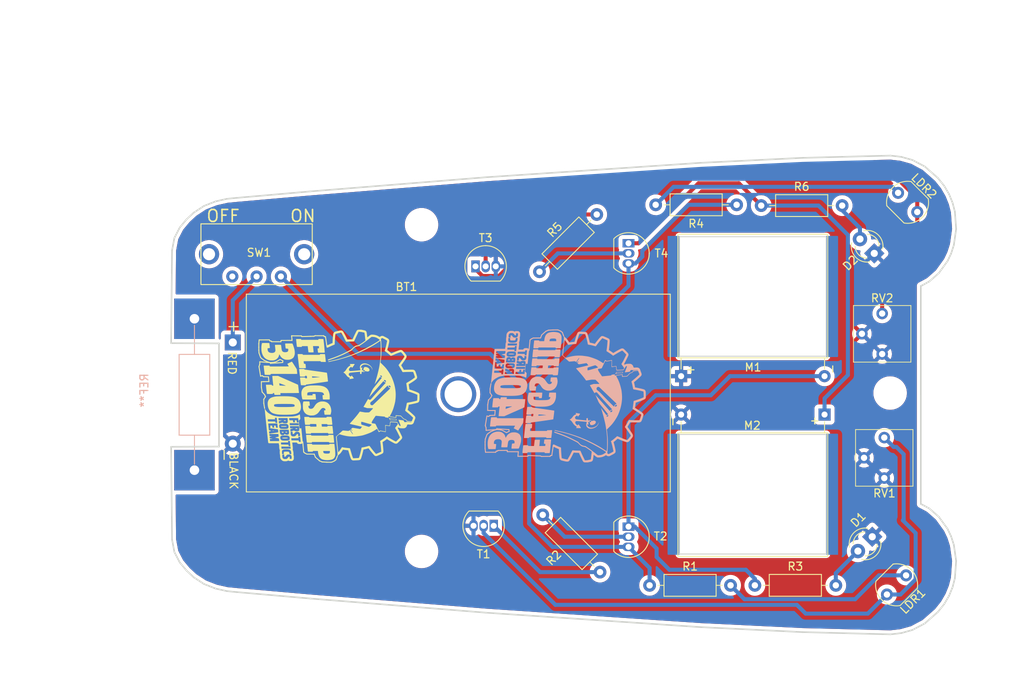
<source format=kicad_pcb>
(kicad_pcb (version 20211014) (generator pcbnew)
  (title_block (title "Running Microbug - flagship edition") (date "2022-05-16") (rev "0") (company "3140 Flagship FIRST Robotics Team") (comment 1 "Engineered by Amos Manneschmidt"))
  (layers (0 "F.Cu" signal) (31 "B.Cu" signal) (34 "B.Paste" user) (35 "F.Paste" user) (36 "B.SilkS" user "B.Silkscreen") (37 "F.SilkS" user "F.Silkscreen") (38 "B.Mask" user) (39 "F.Mask" user) (44 "Edge.Cuts" user))
  (net 0 "")
  (net 1 "Net-(BT1-Pad1)")
  (net 2 "GND")
  (net 3 "Net-(D1-Pad2)")
  (net 4 "Net-(D2-Pad2)")
  (net 5 "Net-(LDR1-Pad1)")
  (net 6 "Net-(LDR1-Pad2)")
  (net 7 "+BATT")
  (net 8 "Net-(LDR2-Pad2)")
  (net 9 "Net-(LDR2-Pad1)")
  (net 10 "Net-(R2-Pad1)")
  (net 11 "Net-(R2-Pad2)")
  (net 13 "Net-(R5-Pad1)")
  (net 14 "Net-(R5-Pad2)")
  (net 15 "Net-(R3-Pad1)")
  (net 16 "Net-(R6-Pad1)")
  (footprint "LED_THT:LED_D3.0mm" (layer "F.Cu") (at 206.756 105.156 -135)
    (fp_text reference "D1" (at -0.282843 2.766202 45) (layer "F.SilkS"))
    (fp_text value "LED")
    (pad "1" thru_hole rect (at 0 0 225) (size 1.8 1.8) (drill 0.9) (layers *.Cu *.Mask) (net 2 "GND"))
    (pad "2" thru_hole circle (at 2.54 0 225) (size 1.8 1.8) (drill 0.9) (layers *.Cu *.Mask) (net 3 "Net-(D1-Pad2)"))
  )
  (footprint "Package_TO_SOT_THT:TO-92_Inline" (layer "F.Cu") (at 156.972 71.226)
    (fp_text reference "T3" (at 1.27 -3.56) (layer "F.SilkS"))
    (fp_text value "BC547C")
    (pad "1" thru_hole rect (at 0 0) (size 1.05 1.5) (drill 0.75) (layers *.Cu *.Mask) (net 14 "Net-(R5-Pad2)"))
    (pad "2" thru_hole oval (at 1.27 0) (size 1.05 1.5) (drill 0.75) (layers *.Cu *.Mask) (net 8 "Net-(LDR2-Pad2)"))
    (pad "3" thru_hole oval (at 2.54 0) (size 1.05 1.5) (drill 0.75) (layers *.Cu *.Mask) (net 2 "GND"))
  )
  (footprint "Resistor_THT:R_Axial_DIN0207_L6.3mm_D2.5mm_P10.16mm_Horizontal" (layer "F.Cu") (at 165 71.9 45)
    (fp_text reference "R5" (at 5.08 -2.37 45) (layer "F.SilkS"))
    (fp_text value "100")
    (pad "1" thru_hole circle (at 0 0 45) (size 1.6 1.6) (drill 0.8) (layers *.Cu *.Mask) (net 13 "Net-(R5-Pad1)"))
    (pad "2" thru_hole oval (at 10.16 0 45) (size 1.6 1.6) (drill 0.8) (layers *.Cu *.Mask) (net 14 "Net-(R5-Pad2)"))
  )
  (footprint "OptoDevice:R_LDR_5.1x4.3mm_P3.4mm_Vertical" (layer "F.Cu") (at 211 110 -135)
    (fp_text reference "LDR1" (at 1.7 -2.9 45) (layer "F.SilkS"))
    (fp_text value "LDR07")
    (pad "1" thru_hole circle (at 0 0 225) (size 1.5 1.5) (drill 0.8) (layers *.Cu *.Mask) (net 5 "Net-(LDR1-Pad1)"))
    (pad "2" thru_hole circle (at 3.4 0 225) (size 1.5 1.5) (drill 0.8) (layers *.Cu *.Mask) (net 6 "Net-(LDR1-Pad2)"))
  )
  (footprint "Package_TO_SOT_THT:TO-92_Inline" (layer "F.Cu") (at 159.258 103.78 180)
    (fp_text reference "T1" (at 1.27 -3.56) (layer "F.SilkS"))
    (fp_text value "BC547C")
    (pad "1" thru_hole rect (at 0 0 180) (size 1.05 1.5) (drill 0.75) (layers *.Cu *.Mask) (net 11 "Net-(R2-Pad2)"))
    (pad "2" thru_hole oval (at 1.27 0 180) (size 1.05 1.5) (drill 0.75) (layers *.Cu *.Mask) (net 6 "Net-(LDR1-Pad2)"))
    (pad "3" thru_hole oval (at 2.54 0 180) (size 1.05 1.5) (drill 0.75) (layers *.Cu *.Mask) (net 2 "GND"))
  )
  (footprint "OptoDevice:R_LDR_5.1x4.3mm_P3.4mm_Vertical" (layer "F.Cu") (at 210 62 -45)
    (fp_text reference "LDR2" (at 1.7 -2.9 135) (layer "F.SilkS"))
    (fp_text value "LDR07")
    (pad "1" thru_hole circle (at 0 0 315) (size 1.5 1.5) (drill 0.8) (layers *.Cu *.Mask) (net 9 "Net-(LDR2-Pad1)"))
    (pad "2" thru_hole circle (at 3.4 0 315) (size 1.5 1.5) (drill 0.8) (layers *.Cu *.Mask) (net 8 "Net-(LDR2-Pad2)"))
  )
  (footprint "Package_TO_SOT_THT:TO-92_Inline" (layer "F.Cu") (at 176.17 103.886 -90)
    (fp_text reference "T2" (at 1.214 -4.03 180) (layer "F.SilkS"))
    (fp_text value "BC557C")
    (pad "1" thru_hole rect (at 0 0 270) (size 1.05 1.5) (drill 0.75) (layers *.Cu *.Mask) (net 15 "Net-(R3-Pad1)"))
    (pad "2" thru_hole oval (at 1.27 0 270) (size 1.05 1.5) (drill 0.75) (layers *.Cu *.Mask) (net 10 "Net-(R2-Pad1)"))
    (pad "3" thru_hole oval (at 2.54 0 270) (size 1.05 1.5) (drill 0.75) (layers *.Cu *.Mask) (net 7 "+BATT"))
  )
  (footprint "Project Specific Footprints:Potentiometer_Vertical" (layer "F.Cu") (at 208 77.145 180)
    (fp_text reference "RV2" (at 0 1.924 180) (layer "F.SilkS"))
    (fp_text value "10K Trim")
    (pad "1" thru_hole circle (at 0 0 180) (size 1.44 1.44) (drill 0.8) (layers *.Cu *.Mask) (net 8 "Net-(LDR2-Pad2)"))
    (pad "2" thru_hole circle (at 2.54 -2.54 180) (size 1.44 1.44) (drill 0.8) (layers *.Cu *.Mask) (net 2 "GND"))
    (pad "3" thru_hole circle (at 0 -5.08 180) (size 1.44 1.44) (drill 0.8) (layers *.Cu *.Mask) (net 2 "GND"))
  )
  (footprint "MountingHole:MountingHole_3.2mm_M3" (layer "F.Cu") (at 150.2 107)
    (fp_text reference "REF**" hide)
    (fp_text value "MountingHole_3.2mm_M3")
    (pad "" np_thru_hole circle (at 0 0) (size 3.2 3.2) (drill 3.2) (layers *.Cu *.Mask))
  )
  (footprint "Project Specific Footprints:flagship logo" (layer "F.Cu") (at 139.8 87.5 -90)
    (fp_text reference "G***" hide)
    (fp_text value "LOGO" hide)
  )
  (footprint "Resistor_THT:R_Axial_DIN0207_L6.3mm_D2.5mm_P10.16mm_Horizontal" (layer "F.Cu") (at 192.024 111.252)
    (fp_text reference "R3" (at 5.08 -2.37) (layer "F.SilkS"))
    (fp_text value "220")
    (pad "1" thru_hole circle (at 0 0) (size 1.6 1.6) (drill 0.8) (layers *.Cu *.Mask) (net 15 "Net-(R3-Pad1)"))
    (pad "2" thru_hole oval (at 10.16 0) (size 1.6 1.6) (drill 0.8) (layers *.Cu *.Mask) (net 3 "Net-(D1-Pad2)"))
  )
  (footprint "Project Specific Footprints:18mm square hobby motor" (layer "F.Cu") (at 191.77 99.822 90)
    (fp_text reference "M2" (at 8.622 -0.07 unlocked) (layer "F.SilkS"))
    (fp_text value "Motor_DC")
    (fp_text user "+" (at 9.2 7.7 90 unlocked) (layer "F.SilkS"))
    (fp_text user "-" (at 9.1 -10.1 90 unlocked) (layer "F.SilkS"))
    (fp_rect (start -7.5 -9.3) (end 7.5 -10.6) (layer "B.Cu") (width 0.2) (fill solid))
    (fp_rect (start -7.5 10.6) (end 7.5 9.3) (layer "B.Cu") (width 0.2) (fill solid))
    (fp_line (start 7.5 -9.2) (end 7.5 9.2) (layer "Edge.Cuts") (width 0.12))
    (fp_line (start -7.5 -9.2) (end 7.5 -9.2) (layer "Edge.Cuts") (width 0.12))
    (fp_line (start -7.5 -9.2) (end -7.5 9.2) (layer "Edge.Cuts") (width 0.12))
    (fp_line (start -7.5 9.2) (end 7.5 9.2) (layer "Edge.Cuts") (width 0.12))
    (pad "1" thru_hole rect (at 10 9 90) (size 1.524 1.524) (drill 0.762) (layers *.Cu *.Mask) (net 16 "Net-(R6-Pad1)"))
    (pad "2" thru_hole circle (at 10 -9 90) (size 1.524 1.524) (drill 0.762) (layers *.Cu *.Mask) (net 2 "GND"))
  )
  (footprint "MountingHole:MountingHole_3.2mm_M3" (layer "F.Cu") (at 150.2 66)
    (fp_text reference "REF**" hide)
    (fp_text value "MountingHole_3.2mm_M3")
    (pad "" np_thru_hole circle (at 0 0) (size 3.2 3.2) (drill 3.2) (layers *.Cu *.Mask))
  )
  (footprint "Resistor_THT:R_Axial_DIN0207_L6.3mm_D2.5mm_P10.16mm_Horizontal" (layer "F.Cu") (at 192.82 63.6)
    (fp_text reference "R6" (at 5.08 -2.37) (layer "F.SilkS"))
    (fp_text value "220")
    (pad "1" thru_hole circle (at 0 0) (size 1.6 1.6) (drill 0.8) (layers *.Cu *.Mask) (net 16 "Net-(R6-Pad1)"))
    (pad "2" thru_hole oval (at 10.16 0) (size 1.6 1.6) (drill 0.8) (layers *.Cu *.Mask) (net 4 "Net-(D2-Pad2)"))
  )
  (footprint "Resistor_THT:R_Axial_DIN0207_L6.3mm_D2.5mm_P10.16mm_Horizontal" (layer "F.Cu") (at 165.407898 102.407898 -45)
    (fp_text reference "R2" (at 4.797157 2.828427 45) (layer "F.SilkS"))
    (fp_text value "100")
    (pad "1" thru_hole circle (at 0 0 315) (size 1.6 1.6) (drill 0.8) (layers *.Cu *.Mask) (net 10 "Net-(R2-Pad1)"))
    (pad "2" thru_hole oval (at 10.16 0 315) (size 1.6 1.6) (drill 0.8) (layers *.Cu *.Mask) (net 11 "Net-(R2-Pad2)"))
  )
  (footprint "Project Specific Footprints:BatteryHolder_Keystone_2468_2xAAA" (layer "F.Cu") (at 130.9125 80.772)
    (fp_text reference "BT1" (at 17.3875 -6.972) (layer "F.SilkS"))
    (fp_text value "Battery")
    (fp_text user "+" (at -4.3 -2.1) (layer "F.SilkS") (effects (font (size 1.5 1.5))))
    (fp_text user "BLACK" (at -4.3 16.1 270 unlocked) (layer "F.SilkS"))
    (fp_text user "-" (at -5.6 14.1 90) (layer "F.SilkS") (effects (font (size 1.5 1.5))))
    (fp_text user "RED" (at -4.5 2.6 270 unlocked) (layer "F.SilkS"))
    (pad "" np_thru_hole circle (at 23.9 6.5) (size 4.5 4.5) (drill 3.45) (layers F&B.Cu *.Mask))
    (pad "1" thru_hole rect (at -4.4 0) (size 2 2) (drill 1.02) (layers *.Cu *.Mask) (net 1 "Net-(BT1-Pad1)"))
    (pad "2" thru_hole circle (at -4.4 12.7) (size 2 2) (drill 1.02) (layers *.Cu *.Mask) (net 2 "GND"))
  )
  (footprint "Package_TO_SOT_THT:TO-92_Inline" (layer "F.Cu") (at 176.17 68.326 -90)
    (fp_text reference "T4" (at 1.27 -4.13 180) (layer "F.SilkS"))
    (fp_text value "BC557C")
    (pad "1" thru_hole rect (at 0 0 270) (size 1.05 1.5) (drill 0.75) (layers *.Cu *.Mask) (net 16 "Net-(R6-Pad1)"))
    (pad "2" thru_hole oval (at 1.27 0 270) (size 1.05 1.5) (drill 0.75) (layers *.Cu *.Mask) (net 13 "Net-(R5-Pad1)"))
    (pad "3" thru_hole oval (at 2.54 0 270) (size 1.05 1.5) (drill 0.75) (layers *.Cu *.Mask) (net 7 "+BATT"))
  )
  (footprint "LED_THT:LED_D3.0mm" (layer "F.Cu") (at 207.01 69.596 135)
    (fp_text reference "D2" (at 1.270001 -2.96 225) (layer "F.SilkS"))
    (fp_text value "LED")
    (pad "1" thru_hole rect (at 0 0 135) (size 1.8 1.8) (drill 0.9) (layers *.Cu *.Mask) (net 2 "GND"))
    (pad "2" thru_hole circle (at 2.54 0 135) (size 1.8 1.8) (drill 0.9) (layers *.Cu *.Mask) (net 4 "Net-(D2-Pad2)"))
  )
  (footprint "Project Specific Footprints:Switch_SPDT_Straight" (layer "F.Cu") (at 129.5 69.7)
    (fp_text reference "SW1" (at 0.3 -0.2 180) (layer "F.SilkS"))
    (fp_text value "SW_SPDT")
    (pad "" thru_hole circle (at -5.969 0) (size 2.54 2.54) (drill 1.524) (layers *.Cu *.Mask))
    (pad "" thru_hole circle (at 5.969 0) (size 2.54 2.54) (drill 1.524) (layers *.Cu *.Mask))
    (pad "1" thru_hole circle (at -3.048 2.794) (size 1.524 1.524) (drill 0.762) (layers *.Cu *.Mask))
    (pad "2" thru_hole circle (at 0 2.794) (size 1.524 1.524) (drill 0.762) (layers *.Cu *.Mask) (net 1 "Net-(BT1-Pad1)"))
    (pad "3" thru_hole circle (at 3.048 2.794) (size 1.524 1.524) (drill 0.762) (layers *.Cu *.Mask) (net 7 "+BATT"))
  )
  (footprint "Resistor_THT:R_Axial_DIN0207_L6.3mm_D2.5mm_P10.16mm_Horizontal" (layer "F.Cu") (at 189.738 63.5 180)
    (fp_text reference "R4" (at 5.08 -2.37) (layer "F.SilkS"))
    (fp_text value "100")
    (pad "1" thru_hole circle (at 0 0 180) (size 1.6 1.6) (drill 0.8) (layers *.Cu *.Mask) (net 7 "+BATT"))
    (pad "2" thru_hole oval (at 10.16 0 180) (size 1.6 1.6) (drill 0.8) (layers *.Cu *.Mask) (net 9 "Net-(LDR2-Pad1)"))
  )
  (footprint "Project Specific Footprints:Potentiometer_Vertical" (layer "F.Cu") (at 208.265 92.71 180)
    (fp_text reference "RV1" (at -0.015 -7 180) (layer "F.SilkS"))
    (fp_text value "10K Trim")
    (pad "1" thru_hole circle (at 0 0 180) (size 1.44 1.44) (drill 0.8) (layers *.Cu *.Mask) (net 6 "Net-(LDR1-Pad2)"))
    (pad "2" thru_hole circle (at 2.54 -2.54 180) (size 1.44 1.44) (drill 0.8) (layers *.Cu *.Mask) (net 2 "GND"))
    (pad "3" thru_hole circle (at 0 -5.08 180) (size 1.44 1.44) (drill 0.8) (layers *.Cu *.Mask) (net 2 "GND"))
  )
  (footprint "Project Specific Footprints:18mm square hobby motor" (layer "F.Cu") (at 191.77 75.003 -90)
    (fp_text reference "M1" (at 8.897 -0.03 unlocked) (layer "F.SilkS"))
    (fp_text value "Motor_DC")
    (fp_text user "+" (at 9.2 7.7 -90 unlocked) (layer "F.SilkS"))
    (fp_text user "-" (at 9.1 -10.1 -90 unlocked) (layer "F.SilkS"))
    (fp_rect (start -7.5 -9.3) (end 7.5 -10.6) (layer "B.Cu") (width 0.2) (fill solid))
    (fp_rect (start -7.5 10.6) (end 7.5 9.3) (layer "B.Cu") (width 0.2) (fill solid))
    (fp_line (start 7.5 -9.2) (end 7.5 9.2) (layer "Edge.Cuts") (width 0.12))
    (fp_line (start -7.5 -9.2) (end -7.5 9.2) (layer "Edge.Cuts") (width 0.12))
    (fp_line (start -7.5 -9.2) (end 7.5 -9.2) (layer "Edge.Cuts") (width 0.12))
    (fp_line (start -7.5 9.2) (end 7.5 9.2) (layer "Edge.Cuts") (width 0.12))
    (pad "1" thru_hole rect (at 10 9 270) (size 1.524 1.524) (drill 0.762) (layers *.Cu *.Mask) (net 2 "GND"))
    (pad "2" thru_hole circle (at 10 -9 270) (size 1.524 1.524) (drill 0.762) (layers *.Cu *.Mask) (net 15 "Net-(R3-Pad1)"))
  )
  (footprint "Resistor_THT:R_Axial_DIN0207_L6.3mm_D2.5mm_P10.16mm_Horizontal" (layer "F.Cu") (at 178.816 111.252)
    (fp_text reference "R1" (at 5.08 -2.37) (layer "F.SilkS"))
    (fp_text value "100")
    (pad "1" thru_hole circle (at 0 0) (size 1.6 1.6) (drill 0.8) (layers *.Cu *.Mask) (net 7 "+BATT"))
    (pad "2" thru_hole oval (at 10.16 0) (size 1.6 1.6) (drill 0.8) (layers *.Cu *.Mask) (net 5 "Net-(LDR1-Pad1)"))
  )
  (footprint "MountingHole:MountingHole_3.2mm_M3" (layer "F.Cu") (at 209 87.122)
    (fp_text reference "REF**" hide)
    (fp_text value "MountingHole_3.2mm_M3")
    (pad "" np_thru_hole circle (at 0 0) (size 3.2 3.2) (drill 3.2) (layers *.Cu *.Mask))
  )
  (footprint "Resistor_THT:R_Axial_DIN0411_L9.9mm_D3.6mm_P20.32mm_Horizontal" (layer "B.Cu") (at 121.7 97.5 90)
    (fp_text reference "REF**" (at 10.7 -6.3 270) (layer "B.SilkS") (effects (justify mirror)))
    (fp_text value "R_Axial_DIN0411_L9.9mm_D3.6mm_P20.32mm_Horizontal")
    (pad "1" thru_hole rect (at 0.7 0 90) (size 5.08 5.08) (drill 1.2) (layers *.Cu *.Mask))
    (pad "2" thru_hole rect (at 19.7 0 90) (size 5.08 5.08) (drill 1.2) (layers *.Cu *.Mask))
  )
  (footprint "Project Specific Footprints:flagship logo" (layer "B.Cu") (at 168.2 87.5 90)
    (fp_text reference "G***" hide)
    (fp_text value "LOGO" hide)
  )
  (gr_line (start 216.403773 62.184633) (end 215.793367 61.136704) (layer "Edge.Cuts") (width 0.2))
  (gr_line (start 127.019377 112.10251) (end 136.257293 112.910403) (layer "Edge.Cuts") (width 0.2))
  (gr_line (start 215.793834 113.592976) (end 216.40424 112.545048) (layer "Edge.Cuts") (width 0.2))
  (gr_line (start 185.216004 58.232383) (end 158.287135 60.042534) (layer "Edge.Cuts") (width 0.2))
  (gr_line (start 215.793367 61.136704) (end 214.9968 60.14256) (layer "Edge.Cuts") (width 0.2))
  (gr_line (start 124.780133 80.89269) (end 124.7806 93.837) (layer "Edge.Cuts") (width 0.2))
  (gr_line (start 118.774513 80.86649) (end 124.780133 80.89269) (layer "Edge.Cuts") (width 0.2))
  (gr_line (start 213.366595 58.710769) (end 211.822297 57.882558) (layer "Edge.Cuts") (width 0.2))
  (gr_line (start 209.039477 117.40534) (end 210.37627 117.24989) (layer "Edge.Cuts") (width 0.2))
  (gr_line (start 216.843031 63.267537) (end 216.403773 62.184633) (layer "Edge.Cuts") (width 0.2))
  (gr_line (start 215.110122 102.653243) (end 213.918419 101.609198) (layer "Edge.Cuts") (width 0.2))
  (gr_line (start 198.014288 57.607133) (end 185.216004 58.232383) (layer "Edge.Cuts") (width 0.2))
  (gr_line (start 120.728975 109.423614) (end 121.622237 110.24867) (layer "Edge.Cuts") (width 0.2))
  (gr_line (start 211.822297 57.882558) (end 210.375803 57.479795) (layer "Edge.Cuts") (width 0.2))
  (gr_line (start 213.918419 101.609198) (end 212.851467 101.03469) (layer "Edge.Cuts") (width 0.2))
  (gr_line (start 216.843498 111.462145) (end 217.126623 110.363076) (layer "Edge.Cuts") (width 0.2))
  (gr_line (start 119.186498 107.08376) (end 119.858623 108.380854) (layer "Edge.Cuts") (width 0.2))
  (gr_line (start 198.017443 117.122558) (end 209.039477 117.40534) (layer "Edge.Cuts") (width 0.2))
  (gr_line (start 124.7806 93.837) (end 118.77498 93.8632) (layer "Edge.Cuts") (width 0.2))
  (gr_line (start 214.9968 60.14256) (end 213.366595 58.710769) (layer "Edge.Cuts") (width 0.2))
  (gr_line (start 119.858623 108.380854) (end 120.728975 109.423614) (layer "Edge.Cuts") (width 0.2))
  (gr_line (start 119.186031 67.64593) (end 118.88745 69.23399) (layer "Edge.Cuts") (width 0.2))
  (gr_line (start 158.312177 114.687168) (end 185.225686 116.497311) (layer "Edge.Cuts") (width 0.2))
  (gr_line (start 216.65596 105.116846) (end 216.209148 104.174666) (layer "Edge.Cuts") (width 0.2))
  (gr_line (start 214.997267 114.58712) (end 215.793834 113.592976) (layer "Edge.Cuts") (width 0.2))
  (gr_line (start 121.62177 64.48102) (end 120.728508 65.306076) (layer "Edge.Cuts") (width 0.2))
  (gr_line (start 124.349629 111.656884) (end 125.773245 111.979664) (layer "Edge.Cuts") (width 0.2))
  (gr_line (start 136.229179 61.8193) (end 127.01891 62.62718) (layer "Edge.Cuts") (width 0.2))
  (gr_line (start 217.126156 64.366608) (end 216.843031 63.267537) (layer "Edge.Cuts") (width 0.2))
  (gr_line (start 213.367062 116.018911) (end 214.997267 114.58712) (layer "Edge.Cuts") (width 0.2))
  (gr_line (start 211.822765 116.847124) (end 213.367062 116.018911) (layer "Edge.Cuts") (width 0.2))
  (gr_line (start 119.858156 66.348836) (end 119.186031 67.64593) (layer "Edge.Cuts") (width 0.2))
  (gr_line (start 118.887917 105.4957) (end 119.186498 107.08376) (layer "Edge.Cuts") (width 0.2))
  (gr_line (start 185.225686 116.497311) (end 198.017443 117.122558) (layer "Edge.Cuts") (width 0.2))
  (gr_line (start 120.728508 65.306076) (end 119.858156 66.348836) (layer "Edge.Cuts") (width 0.2))
  (gr_line (start 210.37627 117.24989) (end 211.822765 116.847124) (layer "Edge.Cuts") (width 0.2))
  (gr_line (start 125.773245 111.979664) (end 127.019377 112.10251) (layer "Edge.Cuts") (width 0.2))
  (gr_line (start 136.257293 112.910403) (end 158.312177 114.687168) (layer "Edge.Cuts") (width 0.2))
  (gr_line (start 209.03901 57.32435) (end 198.014288 57.607133) (layer "Edge.Cuts") (width 0.2))
  (gr_line (start 216.655493 69.612835) (end 216.9976 68.54837) (layer "Edge.Cuts") (width 0.2))
  (gr_line (start 212.851 73.695) (end 213.917952 73.120491) (layer "Edge.Cuts") (width 0.2))
  (gr_line (start 121.622237 110.24867) (end 122.911603 111.093457) (layer "Edge.Cuts") (width 0.2))
  (gr_line (start 118.77498 93.8632) (end 118.887917 105.4957) (layer "Edge.Cuts") (width 0.2))
  (gr_line (start 158.287135 60.042534) (end 136.229179 61.8193) (layer "Edge.Cuts") (width 0.2))
  (gr_line (start 127.01891 62.62718) (end 125.772773 62.750026) (layer "Edge.Cuts") (width 0.2))
  (gr_line (start 217.284528 108.191674) (end 216.998067 106.18131) (layer "Edge.Cuts") (width 0.2))
  (gr_line (start 216.208681 70.555015) (end 216.655493 69.612835) (layer "Edge.Cuts") (width 0.2))
  (gr_line (start 124.349155 63.072806) (end 122.91113 63.636233) (layer "Edge.Cuts") (width 0.2))
  (gr_line (start 212.851467 101.03469) (end 212.851 73.695) (layer "Edge.Cuts") (width 0.2))
  (gr_line (start 125.772773 62.750026) (end 124.349155 63.072806) (layer "Edge.Cuts") (width 0.2))
  (gr_line (start 210.375803 57.479795) (end 209.03901 57.32435) (layer "Edge.Cuts") (width 0.2))
  (gr_line (start 216.40424 112.545048) (end 216.843498 111.462145) (layer "Edge.Cuts") (width 0.2))
  (gr_line (start 216.998067 106.18131) (end 216.65596 105.116846) (layer "Edge.Cuts") (width 0.2))
  (gr_line (start 122.91113 63.636233) (end 121.62177 64.48102) (layer "Edge.Cuts") (width 0.2))
  (gr_line (start 217.284061 66.538011) (end 217.126156 64.366608) (layer "Edge.Cuts") (width 0.2))
  (gr_line (start 122.911603 111.093457) (end 124.349629 111.656884) (layer "Edge.Cuts") (width 0.2))
  (gr_line (start 216.209148 104.174666) (end 215.110122 102.653243) (layer "Edge.Cuts") (width 0.2))
  (gr_line (start 118.88745 69.23399) (end 118.774513 80.86649) (layer "Edge.Cuts") (width 0.2))
  (gr_line (start 215.109655 72.076443) (end 216.208681 70.555015) (layer "Edge.Cuts") (width 0.2))
  (gr_line (start 216.9976 68.54837) (end 217.284061 66.538011) (layer "Edge.Cuts") (width 0.2))
  (gr_line (start 217.126623 110.363076) (end 217.284528 108.191674) (layer "Edge.Cuts") (width 0.2))
  (gr_line (start 213.917952 73.120491) (end 215.109655 72.076443) (layer "Edge.Cuts") (width 0.2))
  (gr_text "ON" (at 135.3 64.9) (layer "F.SilkS") (effects (font (size 1.5 1.5) (thickness 0.2))))
  (gr_text "OFF" (at 125.3 64.9) (layer "F.SilkS") (effects (font (size 1.5 1.5) (thickness 0.2))))
  (segment (start 126.5125 75.4815) (end 129.5 72.494) (width 0.508) (layer "B.Cu") (net 1))
  (segment (start 126.5125 80.772) (end 126.5125 75.4815) (width 0.508) (layer "B.Cu") (net 1))
  (segment (start 202.184 111.252) (end 202.184 109.728) (width 0.508) (layer "B.Cu") (net 3))
  (segment (start 202.184 109.728) (end 204.959949 106.952051) (width 0.508) (layer "B.Cu") (net 3))
  (segment (start 205.213949 66.413949) (end 205.213949 67.799949) (width 0.508) (layer "B.Cu") (net 4))
  (segment (start 202.98 63.6) (end 202.98 64.18) (width 0.508) (layer "B.Cu") (net 4))
  (segment (start 202.98 64.18) (end 205.213949 66.413949) (width 0.508) (layer "B.Cu") (net 4))
  (segment (start 207.6 110) (end 211 110) (width 0.508) (layer "B.Cu") (net 5))
  (segment (start 190.71648 112.99248) (end 204.60752 112.99248) (width 0.508) (layer "B.Cu") (net 5))
  (segment (start 188.976 111.252) (end 190.71648 112.99248) (width 0.508) (layer "B.Cu") (net 5))
  (segment (start 204.60752 112.99248) (end 207.6 110) (width 0.508) (layer "B.Cu") (net 5))
  (segment (start 212.203511 104.703511) (end 212.203511 110.498512) (width 0.508) (layer "B.Cu") (net 6))
  (segment (start 197.3 113.7) (end 198.4 114.8) (width 0.508) (layer "B.Cu") (net 6))
  (segment (start 208.265 92.71) (end 209.438511 93.883511) (width 0.508) (layer "B.Cu") (net 6))
  (segment (start 166.995978 113.7) (end 197.3 113.7) (width 0.508) (layer "B.Cu") (net 6))
  (segment (start 209.438511 93.883511) (end 209.783511 93.883511) (width 0.508) (layer "B.Cu") (net 6))
  (segment (start 206.2 114.8) (end 208.595837 112.404163) (width 0.508) (layer "B.Cu") (net 6))
  (segment (start 198.4 114.8) (end 206.2 114.8) (width 0.508) (layer "B.Cu") (net 6))
  (segment (start 210.7 103) (end 210.6 103.1) (width 0.508) (layer "B.Cu") (net 6))
  (segment (start 157.988 104.692022) (end 166.995978 113.7) (width 0.508) (layer "B.Cu") (net 6))
  (segment (start 212.203511 110.498512) (end 210.29786 112.404163) (width 0.508) (layer "B.Cu") (net 6))
  (segment (start 209.783511 93.883511) (end 210.7 94.8) (width 0.508) (layer "B.Cu") (net 6))
  (segment (start 210.6 103.1) (end 212.203511 104.703511) (width 0.508) (layer "B.Cu") (net 6))
  (segment (start 210.7 94.8) (end 210.7 103) (width 0.508) (layer "B.Cu") (net 6))
  (segment (start 157.988 103.78) (end 157.988 104.692022) (width 0.508) (layer "B.Cu") (net 6))
  (segment (start 210.29786 112.404163) (end 208.595837 112.404163) (width 0.508) (layer "B.Cu") (net 6))
  (segment (start 176.17 70.866) (end 177.035316 70.866) (width 0.508) (layer "B.Cu") (net 7))
  (segment (start 178.816 111.252) (end 178.816 109.072) (width 0.508) (layer "B.Cu") (net 7))
  (segment (start 177.035316 70.866) (end 177.9 70.001316) (width 0.508) (layer "B.Cu") (net 7))
  (segment (start 158.8 82.2) (end 142.254 82.2) (width 0.508) (layer "B.Cu") (net 7))
  (segment (start 163.7 86.136) (end 176.17 73.666) (width 0.508) (layer "B.Cu") (net 7))
  (segment (start 177.9 70.001316) (end 177.9 69.3) (width 0.508) (layer "B.Cu") (net 7))
  (segment (start 177.9 69.3) (end 183.7 63.5) (width 0.508) (layer "B.Cu") (net 7))
  (segment (start 176.17 106.426) (end 166.626 106.426) (width 0.508) (layer "B.Cu") (net 7))
  (segment (start 163.7 103.5) (end 163.7 86.136) (width 0.508) (layer "B.Cu") (net 7))
  (segment (start 166.626 106.426) (end 163.7 103.5) (width 0.508) (layer "B.Cu") (net 7))
  (segment (start 163.8 87.2) (end 158.8 82.2) (width 0.508) (layer "B.Cu") (net 7))
  (segment (start 176.17 73.666) (end 176.17 70.866) (width 0.508) (layer "B.Cu") (net 7))
  (segment (start 178.816 109.072) (end 176.17 106.426) (width 0.508) (layer "B.Cu") (net 7))
  (segment (start 183.7 63.5) (end 189.738 63.5) (width 0.508) (layer "B.Cu") (net 7))
  (segment (start 142.254 82.2) (end 132.548 72.494) (width 0.508) (layer "B.Cu") (net 7))
  (segment (start 178.9 60.8) (end 163.4 60.8) (width 0.508) (layer "F.Cu") (net 8))
  (segment (start 212.404163 64.404163) (end 212.404163 62.70214) (width 0.508) (layer "F.Cu") (net 8))
  (segment (start 193.7 58.9) (end 193 59.6) (width 0.508) (layer "F.Cu") (net 8))
  (segment (start 208.602023 58.9) (end 193.7 58.9) (width 0.508) (layer "F.Cu") (net 8))
  (segment (start 193 59.6) (end 180.1 59.6) (width 0.508) (layer "F.Cu") (net 8))
  (segment (start 212.404163 69.095837) (end 212.404163 64.404163) (width 0.508) (layer "F.Cu") (net 8))
  (segment (start 163.4 60.8) (end 158.242 65.958) (width 0.508) (layer "F.Cu") (net 8))
  (segment (start 158.242 65.958) (end 158.242 71.226) (width 0.508) (layer "F.Cu") (net 8))
  (segment (start 208 73.5) (end 212.404163 69.095837) (width 0.508) (layer "F.Cu") (net 8))
  (segment (start 212.404163 62.70214) (end 208.602023 58.9) (width 0.508) (layer "F.Cu") (net 8))
  (segment (start 180.1 59.6) (end 178.9 60.8) (width 0.508) (layer "F.Cu") (net 8))
  (segment (start 208 73.5) (end 208 77.145) (width 0.508) (layer "F.Cu") (net 8))
  (segment (start 209.25 61.25) (end 210 62) (width 0.508) (layer "B.Cu") (net 9))
  (segment (start 179.578 63.5) (end 181.828 61.25) (width 0.508) (layer "B.Cu") (net 9))
  (segment (start 181.828 61.25) (end 209.25 61.25) (width 0.508) (layer "B.Cu") (net 9))
  (segment (start 168.156 105.156) (end 176.17 105.156) (width 0.508) (layer "B.Cu") (net 10))
  (segment (start 165.407898 102.407898) (end 168.156 105.156) (width 0.508) (layer "B.Cu") (net 10))
  (segment (start 165.070103 109.592103) (end 159.258 103.78) (width 0.508) (layer "B.Cu") (net 11))
  (segment (start 172.592103 109.592103) (end 165.070103 109.592103) (width 0.508) (layer "B.Cu") (net 11))
  (segment (start 176.17 69.596) (end 167.304 69.596) (width 0.508) (layer "B.Cu") (net 13))
  (segment (start 167.304 69.596) (end 165 71.9) (width 0.508) (layer "B.Cu") (net 13))
  (segment (start 163.5 66) (end 164.784205 64.715795) (width 0.508) (layer "F.Cu") (net 14))
  (segment (start 157.836684 72.42952) (end 159.917316 72.42952) (width 0.508) (layer "F.Cu") (net 14))
  (segment (start 163.5 68.846836) (end 163.5 66) (width 0.508) (layer "F.Cu") (net 14))
  (segment (start 164.784205 64.715795) (end 172.184205 64.715795) (width 0.508) (layer "F.Cu") (net 14))
  (segment (start 159.917316 72.42952) (end 163.5 68.846836) (width 0.508) (layer "F.Cu") (net 14))
  (segment (start 156.972 71.226) (end 156.972 71.564836) (width 0.508) (layer "F.Cu") (net 14))
  (segment (start 156.972 71.564836) (end 157.836684 72.42952) (width 0.508) (layer "F.Cu") (net 14))
  (segment (start 179.6 87.4) (end 176.17 90.83) (width 0.508) (layer "B.Cu") (net 15))
  (segment (start 190.9 109.3) (end 192.024 110.424) (width 0.508) (layer "B.Cu") (net 15))
  (segment (start 179.7 106.634795) (end 179.7 107.7) (width 0.508) (layer "B.Cu") (net 15))
  (segment (start 176.17 90.83) (end 176.17 103.886) (width 0.508) (layer "B.Cu") (net 15))
  (segment (start 186.5 87.4) (end 179.6 87.4) (width 0.508) (layer "B.Cu") (net 15))
  (segment (start 176.951205 103.886) (end 179.7 106.634795) (width 0.508) (layer "B.Cu") (net 15))
  (segment (start 179.7 107.7) (end 181.3 109.3) (width 0.508) (layer "B.Cu") (net 15))
  (segment (start 181.3 109.3) (end 190.9 109.3) (width 0.508) (layer "B.Cu") (net 15))
  (segment (start 176.17 103.886) (end 176.951205 103.886) (width 0.508) (layer "B.Cu") (net 15))
  (segment (start 192.024 110.424) (end 192.024 111.252) (width 0.508) (layer "B.Cu") (net 15))
  (segment (start 188.897 85.003) (end 186.5 87.4) (width 0.508) (layer "B.Cu") (net 15))
  (segment (start 200.77 85.003) (end 188.897 85.003) (width 0.508) (layer "B.Cu") (net 15))
  (segment (start 176.17 68.326) (end 177.428 68.326) (width 0.508) (layer "F.Cu") (net 16))
  (segment (start 177.428 68.326) (end 184.954 60.8) (width 0.508) (layer "F.Cu") (net 16))
  (segment (start 184.954 60.8) (end 190.02 60.8) (width 0.508) (layer "F.Cu") (net 16))
  (segment (start 190.02 60.8) (end 192.82 63.6) (width 0.508) (layer "F.Cu") (net 16))
  (segment (start 200.77 89.822) (end 200.77 87.795404) (width 0.508) (layer "B.Cu") (net 16))
  (segment (start 200.77 87.795404) (end 203.7 84.865404) (width 0.508) (layer "B.Cu") (net 16))
  (segment (start 203.7 84.865404) (end 203.7 67.286584) (width 0.508) (layer "B.Cu") (net 16))
  (segment (start 200.013416 63.6) (end 192.82 63.6) (width 0.508) (layer "B.Cu") (net 16))
  (segment (start 203.7 67.286584) (end 200.013416 63.6) (width 0.508) (layer "B.Cu") (net 16))
  (zone (net 2) (net_name "GND") (layers F&B.Cu) (connect_pads (clearance 0.508)) (min_thickness 0.254) (fill yes (thermal_gap 0.508) (thermal_bridge_width 0.508))
    (polygon (pts (xy 225.8 124.4) (xy 110.8 121.8) (xy 104.7 74.1) (xy 97.3 50.4) (xy 225.4 37.8)))
  )
)
</source>
